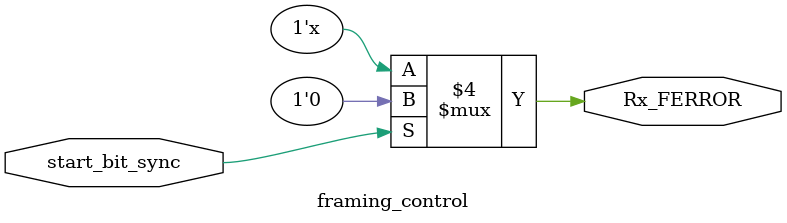
<source format=v>
`timescale 1ns/1ps

module framing_control(
	input start_bit_sync,
  	output reg Rx_FERROR = 0
);
  
  always @(start_bit_sync)
    begin
      if(start_bit_sync == 1)
        begin
          Rx_FERROR <= 0; // Synchronization is successful.
        end
    end
  
endmodule

</source>
